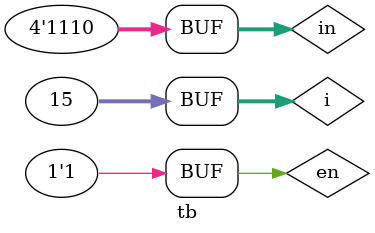
<source format=v>
module tb();
reg [3:0]in;
reg en;
wire [1:0]y;

encoder dut(in,en,y);

integer i;
initial begin
  en =0;
  #10;
  for(i = 0 ; i < 15 ; i = i + 1)
    begin
	    en =1;
    	    in = i;
        #10;
    end
end

initial begin
 $monitor("Time = %0t , in = %0d , en = %0d , y= %0d ",$time,in,en,y);
 $dumpfile("encoder.vcd");
 $dumpvars(0,tb);
end

endmodule

</source>
